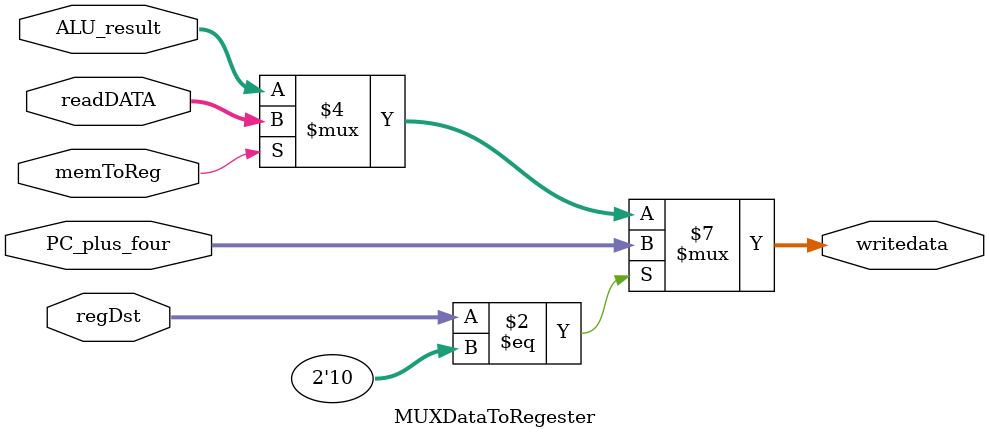
<source format=v>
module MUXDataToRegester(memToReg,regDst,readDATA,PC_plus_four,ALU_result,writedata);
    input memToReg;
    input [1:0]regDst;
    input [31:0]readDATA;
    input [31:0]PC_plus_four;
    input [31:0]ALU_result;
    output reg [31:0]writedata;
    always@(*) begin
        if(regDst==2'b10) begin
            writedata<=PC_plus_four;
        end
        else begin
            if(memToReg) begin
                writedata<=readDATA;
            end 
            else begin
                writedata<=ALU_result;
            end       

        end    
    end
endmodule
</source>
